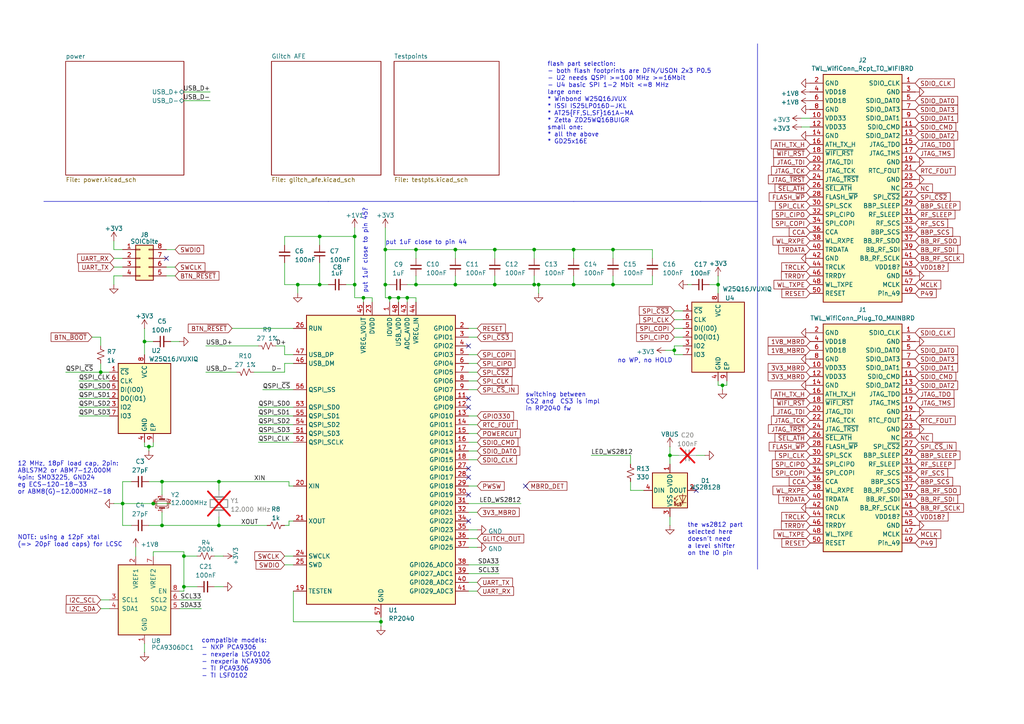
<source format=kicad_sch>
(kicad_sch (version 20231120) (generator "eeschema") (generator_version "8.0")
  (paper "A4")
  (title_block (date "2023-10-21") (rev "2") (company "PoroCYon"))
  (junction (at 111.76 82.55))
  (junction (at 113.03 86.36))
  (junction (at 102.87 82.55))
  (junction (at 209.55 111.76))
  (junction (at 120.65 82.55))
  (junction (at 143.51 82.55))
  (junction (at 86.36 82.55))
  (junction (at 177.8 82.55))
  (junction (at 115.57 86.36))
  (junction (at 118.11 86.36))
  (junction (at 92.71 82.55))
  (junction (at 29.21 107.95))
  (junction (at 63.5 139.7))
  (junction (at 44.45 146.05))
  (junction (at 46.99 152.4))
  (junction (at 41.91 99.06))
  (junction (at 46.99 139.7))
  (junction (at 166.37 82.55))
  (junction (at 105.41 86.36))
  (junction (at 43.18 129.54))
  (junction (at 53.34 170.18))
  (junction (at 156.21 82.55))
  (junction (at 208.28 82.55))
  (junction (at 92.71 68.58))
  (junction (at 132.08 82.55))
  (junction (at 63.5 152.4))
  (junction (at 120.65 72.39))
  (junction (at 132.08 72.39))
  (junction (at 194.31 132.08))
  (junction (at 154.94 72.39))
  (junction (at 195.58 101.6))
  (junction (at 102.87 68.58))
  (junction (at 154.94 82.55))
  (junction (at 110.49 180.34))
  (junction (at 177.8 72.39))
  (junction (at 166.37 72.39))
  (junction (at 53.34 161.29))
  (junction (at 111.76 72.39))
  (junction (at 143.51 72.39))
  (junction (at 35.56 146.05))
  (no_connect (at 135.89 143.51))
  (no_connect (at 143.51 213.36))
  (no_connect (at 201.93 142.24))
  (no_connect (at 172.72 215.9))
  (no_connect (at 135.89 151.13))
  (no_connect (at 135.89 118.11))
  (no_connect (at 172.72 213.36))
  (no_connect (at 48.26 74.93))
  (no_connect (at 135.89 135.89))
  (no_connect (at 135.89 115.57))
  (no_connect (at 152.4 140.97))
  (no_connect (at 143.51 215.9))
  (no_connect (at 135.89 138.43))
  (no_connect (at 135.89 100.33))
  (wire (pts (xy 29.21 176.53) (xy 31.75 176.53)))
  (wire (pts (xy 232.41 36.83) (xy 234.95 36.83)))
  (wire (pts (xy 177.8 72.39) (xy 177.8 74.93)))
  (wire (pts (xy 166.37 72.39) (xy 166.37 74.93)))
  (wire (pts (xy 172.72 213.36) (xy 175.26 213.36)))
  (wire (pts (xy 135.89 107.95) (xy 138.43 107.95)))
  (wire (pts (xy 135.89 95.25) (xy 138.43 95.25)))
  (wire (pts (xy 74.93 118.11) (xy 85.09 118.11)))
  (polyline (pts (xy 95.25 58.42) (xy 166.37 58.42)))
  (wire (pts (xy 22.86 120.65) (xy 31.75 120.65)))
  (polyline (pts (xy 219.71 58.42) (xy 219.71 165.1)))
  (wire (pts (xy 33.02 72.39) (xy 33.02 69.85)))
  (wire (pts (xy 35.56 77.47) (xy 33.02 77.47)))
  (wire (pts (xy 107.95 87.63) (xy 107.95 86.36)))
  (wire (pts (xy 135.89 171.45) (xy 138.43 171.45)))
  (wire (pts (xy 135.89 163.83) (xy 144.78 163.83)))
  (wire (pts (xy 44.45 146.05) (xy 49.53 146.05)))
  (wire (pts (xy 48.26 72.39) (xy 50.8 72.39)))
  (wire (pts (xy 135.89 128.27) (xy 138.43 128.27)))
  (wire (pts (xy 74.93 120.65) (xy 85.09 120.65)))
  (wire (pts (xy 135.89 140.97) (xy 138.43 140.97)))
  (wire (pts (xy 19.05 107.95) (xy 29.21 107.95)))
  (wire (pts (xy 67.31 95.25) (xy 85.09 95.25)))
  (wire (pts (xy 166.37 82.55) (xy 156.21 82.55)))
  (wire (pts (xy 135.89 156.21) (xy 138.43 156.21)))
  (wire (pts (xy 135.89 97.79) (xy 138.43 97.79)))
  (wire (pts (xy 39.37 158.75) (xy 39.37 161.29)))
  (wire (pts (xy 120.65 72.39) (xy 132.08 72.39)))
  (wire (pts (xy 82.55 102.87) (xy 82.55 100.33)))
  (wire (pts (xy 35.56 146.05) (xy 35.56 152.4)))
  (wire (pts (xy 135.89 120.65) (xy 138.43 120.65)))
  (wire (pts (xy 111.76 72.39) (xy 111.76 82.55)))
  (wire (pts (xy 120.65 72.39) (xy 111.76 72.39)))
  (wire (pts (xy 182.88 142.24) (xy 186.69 142.24)))
  (wire (pts (xy 100.33 82.55) (xy 102.87 82.55)))
  (wire (pts (xy 110.49 180.34) (xy 110.49 179.07)))
  (wire (pts (xy 115.57 86.36) (xy 113.03 86.36)))
  (wire (pts (xy 83.82 140.97) (xy 83.82 139.7)))
  (wire (pts (xy 41.91 99.06) (xy 44.45 99.06)))
  (wire (pts (xy 63.5 152.4) (xy 46.99 152.4)))
  (wire (pts (xy 82.55 161.29) (xy 85.09 161.29)))
  (wire (pts (xy 82.55 68.58) (xy 92.71 68.58)))
  (wire (pts (xy 29.21 107.95) (xy 29.21 105.41)))
  (wire (pts (xy 115.57 86.36) (xy 118.11 86.36)))
  (wire (pts (xy 46.99 139.7) (xy 43.18 139.7)))
  (wire (pts (xy 201.93 132.08) (xy 204.47 132.08)))
  (wire (pts (xy 177.8 82.55) (xy 189.23 82.55)))
  (wire (pts (xy 102.87 66.04) (xy 102.87 68.58)))
  (wire (pts (xy 198.12 100.33) (xy 195.58 100.33)))
  (wire (pts (xy 53.34 170.18) (xy 53.34 171.45)))
  (wire (pts (xy 29.21 97.79) (xy 29.21 100.33)))
  (wire (pts (xy 64.77 161.29) (xy 62.23 161.29)))
  (polyline (pts (xy 203.2 58.42) (xy 219.71 58.42)))
  (polyline (pts (xy 219.71 12.7) (xy 219.71 58.42)))
  (wire (pts (xy 82.55 71.12) (xy 82.55 68.58)))
  (wire (pts (xy 120.65 82.55) (xy 120.65 80.01)))
  (wire (pts (xy 76.2 113.03) (xy 85.09 113.03)))
  (wire (pts (xy 135.89 125.73) (xy 138.43 125.73)))
  (wire (pts (xy 33.02 80.01) (xy 33.02 82.55)))
  (wire (pts (xy 33.02 146.05) (xy 35.56 146.05)))
  (wire (pts (xy 31.75 107.95) (xy 29.21 107.95)))
  (wire (pts (xy 83.82 151.13) (xy 83.82 152.4)))
  (wire (pts (xy 86.36 82.55) (xy 86.36 85.09)))
  (wire (pts (xy 135.89 148.59) (xy 138.43 148.59)))
  (wire (pts (xy 118.11 86.36) (xy 118.11 87.63)))
  (wire (pts (xy 29.21 173.99) (xy 31.75 173.99)))
  (wire (pts (xy 35.56 74.93) (xy 33.02 74.93)))
  (wire (pts (xy 53.34 26.67) (xy 60.96 26.67)))
  (wire (pts (xy 53.34 171.45) (xy 52.07 171.45)))
  (wire (pts (xy 105.41 86.36) (xy 102.87 86.36)))
  (wire (pts (xy 177.8 72.39) (xy 189.23 72.39)))
  (wire (pts (xy 132.08 74.93) (xy 132.08 72.39)))
  (wire (pts (xy 120.65 86.36) (xy 120.65 87.63)))
  (wire (pts (xy 35.56 80.01) (xy 33.02 80.01)))
  (wire (pts (xy 143.51 82.55) (xy 154.94 82.55)))
  (wire (pts (xy 166.37 72.39) (xy 177.8 72.39)))
  (wire (pts (xy 35.56 146.05) (xy 44.45 146.05)))
  (wire (pts (xy 115.57 86.36) (xy 115.57 87.63)))
  (wire (pts (xy 182.88 132.08) (xy 182.88 134.62)))
  (wire (pts (xy 74.93 128.27) (xy 85.09 128.27)))
  (wire (pts (xy 38.1 139.7) (xy 35.56 139.7)))
  (wire (pts (xy 143.51 213.36) (xy 146.05 213.36)))
  (wire (pts (xy 41.91 189.23) (xy 41.91 186.69)))
  (wire (pts (xy 111.76 82.55) (xy 111.76 86.36)))
  (wire (pts (xy 85.09 171.45) (xy 85.09 180.34)))
  (wire (pts (xy 195.58 100.33) (xy 195.58 101.6)))
  (wire (pts (xy 135.89 105.41) (xy 138.43 105.41)))
  (wire (pts (xy 22.86 118.11) (xy 31.75 118.11)))
  (wire (pts (xy 209.55 111.76) (xy 209.55 113.03)))
  (wire (pts (xy 198.12 95.25) (xy 195.58 95.25)))
  (wire (pts (xy 74.93 100.33) (xy 59.69 100.33)))
  (wire (pts (xy 118.11 86.36) (xy 120.65 86.36)))
  (wire (pts (xy 166.37 80.01) (xy 166.37 82.55)))
  (wire (pts (xy 86.36 82.55) (xy 92.71 82.55)))
  (polyline (pts (xy 166.37 58.42) (xy 203.2 58.42)))
  (wire (pts (xy 22.86 113.03) (xy 31.75 113.03)))
  (wire (pts (xy 143.51 215.9) (xy 146.05 215.9)))
  (wire (pts (xy 182.88 139.7) (xy 182.88 142.24)))
  (wire (pts (xy 154.94 74.93) (xy 154.94 72.39)))
  (wire (pts (xy 46.99 139.7) (xy 46.99 143.51)))
  (wire (pts (xy 118.11 82.55) (xy 120.65 82.55)))
  (wire (pts (xy 52.07 173.99) (xy 58.42 173.99)))
  (wire (pts (xy 53.34 170.18) (xy 57.15 170.18)))
  (wire (pts (xy 82.55 107.95) (xy 73.66 107.95)))
  (wire (pts (xy 210.82 111.76) (xy 209.55 111.76)))
  (wire (pts (xy 92.71 68.58) (xy 92.71 71.12)))
  (wire (pts (xy 199.39 82.55) (xy 200.66 82.55)))
  (wire (pts (xy 132.08 72.39) (xy 143.51 72.39)))
  (wire (pts (xy 177.8 80.01) (xy 177.8 82.55)))
  (wire (pts (xy 135.89 146.05) (xy 151.13 146.05)))
  (wire (pts (xy 132.08 80.01) (xy 132.08 82.55)))
  (wire (pts (xy 35.56 72.39) (xy 33.02 72.39)))
  (wire (pts (xy 154.94 72.39) (xy 166.37 72.39)))
  (wire (pts (xy 74.93 123.19) (xy 85.09 123.19)))
  (wire (pts (xy 210.82 110.49) (xy 210.82 111.76)))
  (wire (pts (xy 53.34 161.29) (xy 57.15 161.29)))
  (wire (pts (xy 22.86 110.49) (xy 31.75 110.49)))
  (wire (pts (xy 63.5 149.86) (xy 63.5 152.4)))
  (wire (pts (xy 49.53 99.06) (xy 52.07 99.06)))
  (wire (pts (xy 92.71 76.2) (xy 92.71 82.55)))
  (wire (pts (xy 53.34 160.02) (xy 53.34 161.29)))
  (wire (pts (xy 26.67 97.79) (xy 29.21 97.79)))
  (wire (pts (xy 102.87 82.55) (xy 102.87 86.36)))
  (wire (pts (xy 48.26 80.01) (xy 50.8 80.01)))
  (wire (pts (xy 154.94 82.55) (xy 156.21 82.55)))
  (wire (pts (xy 205.74 82.55) (xy 208.28 82.55)))
  (wire (pts (xy 44.45 129.54) (xy 43.18 129.54)))
  (wire (pts (xy 53.34 29.21) (xy 60.96 29.21)))
  (wire (pts (xy 111.76 66.04) (xy 111.76 72.39)))
  (wire (pts (xy 135.89 113.03) (xy 138.43 113.03)))
  (wire (pts (xy 111.76 82.55) (xy 113.03 82.55)))
  (wire (pts (xy 135.89 102.87) (xy 138.43 102.87)))
  (wire (pts (xy 135.89 153.67) (xy 138.43 153.67)))
  (wire (pts (xy 208.28 82.55) (xy 208.28 85.09)))
  (wire (pts (xy 35.56 139.7) (xy 35.56 146.05)))
  (wire (pts (xy 63.5 152.4) (xy 77.47 152.4)))
  (wire (pts (xy 113.03 86.36) (xy 111.76 86.36)))
  (wire (pts (xy 189.23 74.93) (xy 189.23 72.39)))
  (wire (pts (xy 194.31 132.08) (xy 194.31 134.62)))
  (wire (pts (xy 232.41 34.29) (xy 234.95 34.29)))
  (wire (pts (xy 82.55 82.55) (xy 86.36 82.55)))
  (wire (pts (xy 195.58 90.17) (xy 198.12 90.17)))
  (wire (pts (xy 68.58 107.95) (xy 59.69 107.95)))
  (wire (pts (xy 120.65 74.93) (xy 120.65 72.39)))
  (wire (pts (xy 166.37 82.55) (xy 177.8 82.55)))
  (wire (pts (xy 195.58 101.6) (xy 195.58 102.87)))
  (wire (pts (xy 194.31 129.54) (xy 194.31 132.08)))
  (wire (pts (xy 172.72 215.9) (xy 175.26 215.9)))
  (wire (pts (xy 41.91 128.27) (xy 41.91 129.54)))
  (wire (pts (xy 82.55 76.2) (xy 82.55 82.55)))
  (wire (pts (xy 135.89 166.37) (xy 144.78 166.37)))
  (wire (pts (xy 209.55 111.76) (xy 208.28 111.76)))
  (wire (pts (xy 63.5 139.7) (xy 46.99 139.7)))
  (wire (pts (xy 63.5 142.24) (xy 63.5 139.7)))
  (wire (pts (xy 194.31 132.08) (xy 196.85 132.08)))
  (wire (pts (xy 92.71 82.55) (xy 95.25 82.55)))
  (wire (pts (xy 195.58 101.6) (xy 193.04 101.6)))
  (wire (pts (xy 198.12 97.79) (xy 195.58 97.79)))
  (wire (pts (xy 52.07 176.53) (xy 58.42 176.53)))
  (wire (pts (xy 63.5 139.7) (xy 83.82 139.7)))
  (wire (pts (xy 44.45 161.29) (xy 44.45 160.02)))
  (wire (pts (xy 120.65 82.55) (xy 132.08 82.55)))
  (wire (pts (xy 143.51 72.39) (xy 154.94 72.39)))
  (wire (pts (xy 194.31 149.86) (xy 194.31 152.4)))
  (wire (pts (xy 113.03 86.36) (xy 113.03 87.63)))
  (wire (pts (xy 85.09 102.87) (xy 82.55 102.87)))
  (wire (pts (xy 143.51 74.93) (xy 143.51 72.39)))
  (wire (pts (xy 195.58 92.71) (xy 198.12 92.71)))
  (wire (pts (xy 82.55 100.33) (xy 80.01 100.33)))
  (wire (pts (xy 143.51 80.01) (xy 143.51 82.55)))
  (wire (pts (xy 83.82 152.4) (xy 82.55 152.4)))
  (wire (pts (xy 195.58 102.87) (xy 198.12 102.87)))
  (wire (pts (xy 154.94 80.01) (xy 154.94 82.55)))
  (wire (pts (xy 105.41 86.36) (xy 105.41 87.63)))
  (wire (pts (xy 135.89 123.19) (xy 138.43 123.19)))
  (wire (pts (xy 85.09 151.13) (xy 83.82 151.13)))
  (wire (pts (xy 35.56 152.4) (xy 38.1 152.4)))
  (wire (pts (xy 208.28 111.76) (xy 208.28 110.49)))
  (wire (pts (xy 64.77 170.18) (xy 62.23 170.18)))
  (wire (pts (xy 85.09 140.97) (xy 83.82 140.97)))
  (wire (pts (xy 53.34 161.29) (xy 53.34 170.18)))
  (wire (pts (xy 189.23 80.01) (xy 189.23 82.55)))
  (wire (pts (xy 132.08 82.55) (xy 143.51 82.55)))
  (wire (pts (xy 102.87 68.58) (xy 102.87 82.55)))
  (wire (pts (xy 135.89 158.75) (xy 138.43 158.75)))
  (wire (pts (xy 41.91 95.25) (xy 41.91 99.06)))
  (wire (pts (xy 46.99 152.4) (xy 43.18 152.4)))
  (wire (pts (xy 135.89 168.91) (xy 138.43 168.91)))
  (wire (pts (xy 171.45 132.08) (xy 182.88 132.08)))
  (wire (pts (xy 46.99 148.59) (xy 46.99 152.4)))
  (wire (pts (xy 92.71 68.58) (xy 102.87 68.58)))
  (wire (pts (xy 82.55 105.41) (xy 82.55 107.95)))
  (wire (pts (xy 41.91 102.87) (xy 41.91 99.06)))
  (wire (pts (xy 135.89 110.49) (xy 138.43 110.49)))
  (wire (pts (xy 156.21 82.55) (xy 156.21 85.09)))
  (wire (pts (xy 48.26 77.47) (xy 50.8 77.47)))
  (wire (pts (xy 44.45 160.02) (xy 53.34 160.02)))
  (wire (pts (xy 208.28 80.01) (xy 208.28 82.55)))
  (wire (pts (xy 135.89 130.81) (xy 138.43 130.81)))
  (polyline (pts (xy 12.7 58.42) (xy 95.25 58.42)))
  (wire (pts (xy 22.86 115.57) (xy 31.75 115.57)))
  (wire (pts (xy 43.18 129.54) (xy 43.18 130.81)))
  (wire (pts (xy 85.09 105.41) (xy 82.55 105.41)))
  (wire (pts (xy 135.89 133.35) (xy 138.43 133.35)))
  (wire (pts (xy 74.93 125.73) (xy 85.09 125.73)))
  (wire (pts (xy 44.45 128.27) (xy 44.45 129.54)))
  (wire (pts (xy 107.95 86.36) (xy 105.41 86.36)))
  (wire (pts (xy 41.91 129.54) (xy 43.18 129.54)))
  (wire (pts (xy 85.09 180.34) (xy 110.49 180.34)))
  (wire (pts (xy 82.55 163.83) (xy 85.09 163.83)))
  (wire (pts (xy 110.49 180.34) (xy 110.49 181.61)))
  (text "put 1uF close to pin 44" (at 111.76 71.12 0) (effects (font (size 1.27 1.27)) (justify left bottom)))
  (text "FRAM:\nfujitsu MB85RQ8MX\ninfineon CY15B104Q(SN)-108L[PH]\nMRAM:\nrenesas M30162040108xxxWA" (at -64.77 120.65 0) (effects (font (size 1.27 1.27)) (justify left bottom)))
  (text "no WP, no HOLD" (at 179.07 105.41 0) (effects (font (size 1.27 1.27)) (justify left bottom)))
  (text "large flash package:\nPackage_SON:WSON-8-1EP_6x5mm_P1.27mm_EP3.4x4.3mm" (at -66.04 106.68 0) (effects (font (size 1.27 1.27)) (justify left bottom)))
  (text "12 MHz, 18pF load cap, 2pin:\nABLS7M2 or ABM7-12.000M\n4pin: SMD3225, GND24\neg ECS-120-18-33\nor ABM8(G)-12.000MHZ-18" (at 5.08 143.51 0) (effects (font (size 1.27 1.27)) (justify left bottom)))
  (text "NOTE: using a 12pF xtal\n(=> 20pF load caps) for LCSC" (at 5.08 158.75 0) (effects (font (size 1.27 1.27)) (justify left bottom)))
  (text "the ws2812 part\nselected here\ndoesn't need\na level shifter\non the IO pin" (at 199.39 161.29 0) (effects (font (size 1.27 1.27)) (justify left bottom)))
  (text "flash part selection:\n- both flash footprints are DFN/USON 2x3 P0.5\n- U2 needs QSPI >=100 MHz >=16Mbit\n- U4 basic SPI 1-2 Mbit <=8 MHz\nlarge one:\n* Winbond W25Q16JVUX\n* ISSI IS25LP016D-JKL\n* AT25{FF,SL,SF}161A-MA\n* Zetta ZD25WQ16BUIGR\nsmall one:\n* all the above\n* GD25x16E" (at 158.75 41.91 0) (effects (font (size 1.27 1.27)) (justify left bottom)))
  (text "compatible models:\n- NXP PCA9306\n- nexperia LSF0102\n- nexperia NCA9306\n- TI PCA9306\n- TI LSF0102" (at 58.42 196.85 0) (effects (font (size 1.27 1.27)) (justify left bottom)))
  (text "switching between\nCS2 and  CS3 is impl\nin RP2040 fw" (at 152.4 119.38 0) (effects (font (size 1.27 1.27)) (justify left bottom)))
  (text "put 1uF close to pin 45?" (at 106.68 85.09 90) (effects (font (size 1.27 1.27)) (justify left bottom)))
  (label "D+" (at 80.01 100.33 0))
  (label "QSPI_~{CS}" (at 76.2 113.03 0))
  (label "USB_D-" (at 59.69 107.95 0))
  (label "D-" (at 78.74 107.95 0))
  (label "XOUT" (at 74.93 152.4 180))
  (label "SCL33" (at 144.78 166.37 180))
  (label "SCL33" (at 58.42 173.99 180))
  (label "USB_D-" (at 60.96 29.21 180))
  (label "QSPI_SD3" (at 74.93 125.73 0))
  (label "USB_D+" (at 60.96 26.67 180))
  (label "LED_WS2812" (at 151.13 146.05 180))
  (label "SDA33" (at 58.42 176.53 180))
  (label "QSPI_SD2" (at 74.93 123.19 0))
  (label "QSPI_CLK" (at 74.93 128.27 0))
  (label "QSPI_SD3" (at 22.86 120.65 0))
  (label "QSPI_SD0" (at 74.93 118.11 0))
  (label "XIN" (at 73.66 139.7 0))
  (label "QSPI_SD0" (at 22.86 113.03 0))
  (label "QSPI_SD1" (at 22.86 115.57 0))
  (label "QSPI_SD1" (at 74.93 120.65 0))
  (label "LED_WS2812" (at 171.45 132.08 0))
  (label "QSPI_SD2" (at 22.86 118.11 0))
  (label "QSPI_CLK" (at 22.86 110.49 0))
  (label "QSPI_~{CS}" (at 19.05 107.95 0))
  (label "USB_D+" (at 59.69 100.33 0))
  (label "SDA33" (at 144.78 163.83 180))
  (global_label "I2C_SCL" (shape input) (at 29.21 173.99 180) (property "Intersheetrefs" "${INTERSHEET_REFS}" (effects (hide yes))))
  (global_label "JTAG_TCK" (shape input) (at 234.95 121.92 180) (property "Intersheetrefs" "${INTERSHEET_REFS}" (effects (hide yes))))
  (global_label "BTN_~{BOOT}" (shape input) (at 26.67 97.79 180) (property "Intersheetrefs" "${INTERSHEET_REFS}" (effects (hide yes))))
  (global_label "ATH_TX_H" (shape input) (at 234.95 114.3 180) (property "Intersheetrefs" "${INTERSHEET_REFS}" (effects (hide yes))))
  (global_label "BB_RF_SCLK" (shape input) (at 265.43 147.32 0) (property "Intersheetrefs" "${INTERSHEET_REFS}" (effects (hide yes))))
  (global_label "1V8_MBRD" (shape input) (at 234.95 99.06 180) (property "Intersheetrefs" "${INTERSHEET_REFS}" (effects (hide yes))))
  (global_label "UART_TX" (shape input) (at 33.02 77.47 180) (property "Intersheetrefs" "${INTERSHEET_REFS}" (effects (hide yes))))
  (global_label "RESET" (shape input) (at 234.95 85.09 180) (property "Intersheetrefs" "${INTERSHEET_REFS}" (effects (hide yes))))
  (global_label "SPI_~{CS3}" (shape input) (at 195.58 90.17 180) (property "Intersheetrefs" "${INTERSHEET_REFS}" (effects (hide yes))))
  (global_label "UART_RX" (shape input) (at 33.02 74.93 180) (property "Intersheetrefs" "${INTERSHEET_REFS}" (effects (hide yes))))
  (global_label "SDIO_DAT0" (shape input) (at 138.43 130.81 0) (property "Intersheetrefs" "${INTERSHEET_REFS}" (effects (hide yes))))
  (global_label "SDIO_DAT1" (shape input) (at 265.43 106.68 0) (property "Intersheetrefs" "${INTERSHEET_REFS}" (effects (hide yes))))
  (global_label "BB_RF_SDO" (shape input) (at 265.43 69.85 0) (property "Intersheetrefs" "${INTERSHEET_REFS}" (effects (hide yes))))
  (global_label "P49" (shape input) (at 265.43 85.09 0) (property "Intersheetrefs" "${INTERSHEET_REFS}" (effects (hide yes))))
  (global_label "BB_RF_SCLK" (shape input) (at 265.43 74.93 0) (property "Intersheetrefs" "${INTERSHEET_REFS}" (effects (hide yes))))
  (global_label "BBP_SCS" (shape input) (at 265.43 67.31 0) (property "Intersheetrefs" "${INTERSHEET_REFS}" (effects (hide yes))))
  (global_label "TRRDY" (shape input) (at 234.95 152.4 180) (property "Intersheetrefs" "${INTERSHEET_REFS}" (effects (hide yes))))
  (global_label "RTC_FOUT" (shape input) (at 265.43 49.53 0) (property "Intersheetrefs" "${INTERSHEET_REFS}" (effects (hide yes))))
  (global_label "WL_TXPE" (shape input) (at 234.95 154.94 180) (property "Intersheetrefs" "${INTERSHEET_REFS}" (effects (hide yes))))
  (global_label "NC" (shape input) (at 265.43 54.61 0) (property "Intersheetrefs" "${INTERSHEET_REFS}" (effects (hide yes))))
  (global_label "UART_RX" (shape input) (at 138.43 171.45 0) (property "Intersheetrefs" "${INTERSHEET_REFS}" (effects (hide yes))))
  (global_label "JTAG_TMS" (shape input) (at 265.43 116.84 0) (property "Intersheetrefs" "${INTERSHEET_REFS}" (effects (hide yes))))
  (global_label "GPIO330" (shape input) (at 138.43 120.65 0) (property "Intersheetrefs" "${INTERSHEET_REFS}" (effects (hide yes))))
  (global_label "NC" (shape input) (at 265.43 127 0) (property "Intersheetrefs" "${INTERSHEET_REFS}" (effects (hide yes))))
  (global_label "JTAG_TMS" (shape input) (at 265.43 44.45 0) (property "Intersheetrefs" "${INTERSHEET_REFS}" (effects (hide yes))))
  (global_label "SDIO_CMD" (shape input) (at 265.43 109.22 0) (property "Intersheetrefs" "${INTERSHEET_REFS}" (effects (hide yes))))
  (global_label "TRDATA" (shape input) (at 234.95 144.78 180) (property "Intersheetrefs" "${INTERSHEET_REFS}" (effects (hide yes))))
  (global_label "CCA" (shape input) (at 234.95 139.7 180) (property "Intersheetrefs" "${INTERSHEET_REFS}" (effects (hide yes))))
  (global_label "~{WIFI_RST}" (shape input) (at 234.95 44.45 180) (property "Intersheetrefs" "${INTERSHEET_REFS}" (effects (hide yes))))
  (global_label "BB_RF_SDO" (shape input) (at 265.43 142.24 0) (property "Intersheetrefs" "${INTERSHEET_REFS}" (effects (hide yes))))
  (global_label "WL_RXPE" (shape input) (at 234.95 69.85 180) (property "Intersheetrefs" "${INTERSHEET_REFS}" (effects (hide yes))))
  (global_label "SDIO_DAT2" (shape input) (at 265.43 111.76 0) (property "Intersheetrefs" "${INTERSHEET_REFS}" (effects (hide yes))))
  (global_label "VDD18?" (shape input) (at 265.43 149.86 0) (property "Intersheetrefs" "${INTERSHEET_REFS}" (effects (hide yes))))
  (global_label "UART_TX" (shape input) (at 138.43 168.91 0) (property "Intersheetrefs" "${INTERSHEET_REFS}" (effects (hide yes))))
  (global_label "SPI_CLK" (shape input) (at 138.43 110.49 0) (property "Intersheetrefs" "${INTERSHEET_REFS}" (effects (hide yes))))
  (global_label "SDIO_DAT3" (shape input) (at 265.43 31.75 0) (property "Intersheetrefs" "${INTERSHEET_REFS}" (effects (hide yes))))
  (global_label "I2C_SDA" (shape input) (at 29.21 176.53 180) (property "Intersheetrefs" "${INTERSHEET_REFS}" (effects (hide yes))))
  (global_label "GLITCH_OUT_SOT23" (shape input) (at 146.05 215.9 0) (property "Intersheetrefs" "${INTERSHEET_REFS}" (effects (hide yes))))
  (global_label "SDIO_CLK" (shape input) (at 265.43 96.52 0) (property "Intersheetrefs" "${INTERSHEET_REFS}" (effects (hide yes))))
  (global_label "GLITCH_OUT" (shape input) (at 138.43 156.21 0) (property "Intersheetrefs" "${INTERSHEET_REFS}" (effects (hide yes))))
  (global_label "RF_SCS" (shape input) (at 265.43 64.77 0) (property "Intersheetrefs" "${INTERSHEET_REFS}" (effects (hide yes))))
  (global_label "3V3_MBRD" (shape input) (at 138.43 148.59 0) (property "Intersheetrefs" "${INTERSHEET_REFS}" (effects (hide yes))))
  (global_label "BBP_SCS" (shape input) (at 265.43 139.7 0) (property "Intersheetrefs" "${INTERSHEET_REFS}" (effects (hide yes))))
  (global_label "SPI_~{CS2}" (shape input) (at 138.43 107.95 0) (property "Intersheetrefs" "${INTERSHEET_REFS}" (effects (hide yes))))
  (global_label "RTC_FOUT" (shape input) (at 138.43 123.19 0) (property "Intersheetrefs" "${INTERSHEET_REFS}" (effects (hide yes))))
  (global_label "SPI_CIPO" (shape input) (at 138.43 105.41 0) (property "Intersheetrefs" "${INTERSHEET_REFS}" (effects (hide yes))))
  (global_label "SWCLK" (shape input) (at 82.55 161.29 180) (property "Intersheetrefs" "${INTERSHEET_REFS}" (effects (hide yes))))
  (global_label "JTAG_~{TRST}" (shape input) (at 234.95 124.46 180) (property "Intersheetrefs" "${INTERSHEET_REFS}" (effects (hide yes))))
  (global_label "SPI_CIPO" (shape input) (at 234.95 134.62 180) (property "Intersheetrefs" "${INTERSHEET_REFS}" (effects (hide yes))))
  (global_label "SPI_COPI" (shape input) (at 138.43 102.87 0) (property "Intersheetrefs" "${INTERSHEET_REFS}" (effects (hide yes))))
  (global_label "SDIO_CLK" (shape input) (at 265.43 24.13 0) (property "Intersheetrefs" "${INTERSHEET_REFS}" (effects (hide yes))))
  (global_label "~{WIFI_RST}" (shape input) (at 234.95 116.84 180) (property "Intersheetrefs" "${INTERSHEET_REFS}" (effects (hide yes))))
  (global_label "JTAG_TCK" (shape input) (at 234.95 49.53 180) (property "Intersheetrefs" "${INTERSHEET_REFS}" (effects (hide yes))))
  (global_label "BTN_~{RESET}" (shape input) (at 67.31 95.25 180) (property "Intersheetrefs" "${INTERSHEET_REFS}" (effects (hide yes))))
  (global_label "SPI_CLK" (shape input) (at 234.95 59.69 180) (property "Intersheetrefs" "${INTERSHEET_REFS}" (effects (hide yes))))
  (global_label "RF_SLEEP" (shape input) (at 265.43 62.23 0) (property "Intersheetrefs" "${INTERSHEET_REFS}" (effects (hide yes))))
  (global_label "BB_RF_SDI" (shape input) (at 265.43 144.78 0) (property "Intersheetrefs" "${INTERSHEET_REFS}" (effects (hide yes))))
  (global_label "SDIO_DAT3" (shape input) (at 265.43 104.14 0) (property "Intersheetrefs" "${INTERSHEET_REFS}" (effects (hide yes))))
  (global_label "SPI_CIPO" (shape input) (at 195.58 97.79 180) (property "Intersheetrefs" "${INTERSHEET_REFS}" (effects (hide yes))))
  (global_label "JTAG_~{TRST}" (shape input) (at 234.95 52.07 180) (property "Intersheetrefs" "${INTERSHEET_REFS}" (effects (hide yes))))
  (global_label "SPI_COPI" (shape input) (at 234.95 64.77 180) (property "Intersheetrefs" "${INTERSHEET_REFS}" (effects (hide yes))))
  (global_label "TRRDY" (shape input) (at 234.95 80.01 180) (property "Intersheetrefs" "${INTERSHEET_REFS}" (effects (hide yes))))
  (global_label "TRDATA" (shape input) (at 234.95 72.39 180) (property "Intersheetrefs" "${INTERSHEET_REFS}" (effects (hide yes))))
  (global_label "SPI_~{CS}_IN" (shape input) (at 138.43 113.03 0) (property "Intersheetrefs" "${INTERSHEET_REFS}" (effects (hide yes))))
  (global_label "SPI_COPI" (shape input) (at 195.58 95.25 180) (property "Intersheetrefs" "${INTERSHEET_REFS}" (effects (hide yes))))
  (global_label "SPI_CIPO" (shape input) (at 234.95 62.23 180) (property "Intersheetrefs" "${INTERSHEET_REFS}" (effects (hide yes))))
  (global_label "WL_RXPE" (shape input) (at 234.95 142.24 180) (property "Intersheetrefs" "${INTERSHEET_REFS}" (effects (hide yes))))
  (global_label "~{SEL_ATH}" (shape input) (at 234.95 54.61 180) (property "Intersheetrefs" "${INTERSHEET_REFS}" (effects (hide yes))))
  (global_label "WL_TXPE" (shape input) (at 234.95 82.55 180) (property "Intersheetrefs" "${INTERSHEET_REFS}" (effects (hide yes))))
  (global_label "~{SEL_ATH}" (shape input) (at 234.95 127 180) (property "Intersheetrefs" "${INTERSHEET_REFS}" (effects (hide yes))))
  (global_label "SDIO_DAT1" (shape input) (at 265.43 34.29 0) (property "Intersheetrefs" "${INTERSHEET_REFS}" (effects (hide yes))))
  (global_label "RESET" (shape input) (at 138.43 95.25 0) (property "Intersheetrefs" "${INTERSHEET_REFS}" (effects (hide yes))))
  (global_label "3V3_MBRD" (shape input) (at 234.95 109.22 180) (property "Intersheetrefs" "${INTERSHEET_REFS}" (effects (hide yes))))
  (global_label "SWCLK" (shape input) (at 50.8 77.47 0) (property "Intersheetrefs" "${INTERSHEET_REFS}" (effects (hide yes))))
  (global_label "JTAG_TDO" (shape input) (at 265.43 114.3 0) (property "Intersheetrefs" "${INTERSHEET_REFS}" (effects (hide yes))))
  (global_label "SDIO_DAT0" (shape input) (at 265.43 29.21 0) (property "Intersheetrefs" "${INTERSHEET_REFS}" (effects (hide yes))))
  (global_label "SDIO_CMD" (shape input) (at 138.43 128.27 0) (property "Intersheetrefs" "${INTERSHEET_REFS}" (effects (hide yes))))
  (global_label "BB_RF_SDI" (shape input) (at 265.43 72.39 0) (property "Intersheetrefs" "${INTERSHEET_REFS}" (effects (hide yes))))
  (global_label "FLASH_~{WP}" (shape input) (at 234.95 129.54 180) (property "Intersheetrefs" "${INTERSHEET_REFS}" (effects (hide yes))))
  (global_label "SWDIO" (shape input) (at 82.55 163.83 180) (property "Intersheetrefs" "${INTERSHEET_REFS}" (effects (hide yes))))
  (global_label "CCA" (shape input) (at 234.95 67.31 180) (property "Intersheetrefs" "${INTERSHEET_REFS}" (effects (hide yes))))
  (global_label "JTAG_TDI" (shape input) (at 234.95 119.38 180) (property "Intersheetrefs" "${INTERSHEET_REFS}" (effects (hide yes))))
  (global_label "RTC_FOUT" (shape input) (at 265.43 121.92 0) (property "Intersheetrefs" "${INTERSHEET_REFS}" (effects (hide yes))))
  (global_label "P49" (shape input) (at 265.43 157.48 0) (property "Intersheetrefs" "${INTERSHEET_REFS}" (effects (hide yes))))
  (global_label "SPI_~{CS}_IN" (shape input) (at 265.43 129.54 0) (property "Intersheetrefs" "${INTERSHEET_REFS}" (effects (hide yes))))
  (global_label "SPI_~{CS3}" (shape input) (at 138.43 97.79 0) (property "Intersheetrefs" "${INTERSHEET_REFS}" (effects (hide yes))))
  (global_label "SPI_~{CS2}" (shape input) (at 265.43 57.15 0) (property "Intersheetrefs" "${INTERSHEET_REFS}" (effects (hide yes))))
  (global_label "SPI_CLK" (shape input) (at 234.95 132.08 180) (property "Intersheetrefs" "${INTERSHEET_REFS}" (effects (hide yes))))
  (global_label "TRCLK" (shape input) (at 234.95 149.86 180) (property "Intersheetrefs" "${INTERSHEET_REFS}" (effects (hide yes))))
  (global_label "MBRD_DET" (shape input) (at 152.4 140.97 0) (property "Intersheetrefs" "${INTERSHEET_REFS}" (effects (hide yes))))
  (global_label "BBP_SLEEP" (shape input) (at 265.43 132.08 0) (property "Intersheetrefs" "${INTERSHEET_REFS}" (effects (hide yes))))
  (global_label "TRCLK" (shape input) (at 234.95 77.47 180) (property "Intersheetrefs" "${INTERSHEET_REFS}" (effects (hide yes))))
  (global_label "3V3_MBRD" (shape input) (at 234.95 106.68 180) (property "Intersheetrefs" "${INTERSHEET_REFS}" (effects (hide yes))))
  (global_label "SWDIO" (shape input) (at 50.8 72.39 0) (property "Intersheetrefs" "${INTERSHEET_REFS}" (effects (hide yes))))
  (global_label "SDIO_CMD" (shape input) (at 265.43 36.83 0) (property "Intersheetrefs" "${INTERSHEET_REFS}" (effects (hide yes))))
  (global_label "JTAG_TDO" (shape input) (at 265.43 41.91 0) (property "Intersheetrefs" "${INTERSHEET_REFS}" (effects (hide yes))))
  (global_label "SDIO_DAT2" (shape input) (at 265.43 39.37 0) (property "Intersheetrefs" "${INTERSHEET_REFS}" (effects (hide yes))))
  (global_label "1V8_MBRD" (shape input) (at 234.95 101.6 180) (property "Intersheetrefs" "${INTERSHEET_REFS}" (effects (hide yes))))
  (global_label "SDIO_CLK" (shape input) (at 138.43 133.35 0) (property "Intersheetrefs" "${INTERSHEET_REFS}" (effects (hide yes))))
  (global_label "VDD18?" (shape input) (at 265.43 77.47 0) (property "Intersheetrefs" "${INTERSHEET_REFS}" (effects (hide yes))))
  (global_label "MCLK" (shape input) (at 265.43 82.55 0) (property "Intersheetrefs" "${INTERSHEET_REFS}" (effects (hide yes))))
  (global_label "RF_SCS" (shape input) (at 265.43 137.16 0) (property "Intersheetrefs" "${INTERSHEET_REFS}" (effects (hide yes))))
  (global_label "SPI_COPI" (shape input) (at 234.95 137.16 180) (property "Intersheetrefs" "${INTERSHEET_REFS}" (effects (hide yes))))
  (global_label "RESET" (shape input) (at 234.95 157.48 180) (property "Intersheetrefs" "${INTERSHEET_REFS}" (effects (hide yes))))
  (global_label "BBP_SLEEP" (shape input) (at 265.43 59.69 0) (property "Intersheetrefs" "${INTERSHEET_REFS}" (effects (hide yes))))
  (global_label "GLITCH_OUT_PQFN" (shape input) (at 175.26 213.36 0) (property "Intersheetrefs" "${INTERSHEET_REFS}" (effects (hide yes))))
  (global_label "ATH_TX_H" (shape input) (at 234.95 41.91 180) (property "Intersheetrefs" "${INTERSHEET_REFS}" (effects (hide yes))))
  (global_label "RF_SLEEP" (shape input) (at 265.43 134.62 0) (property "Intersheetrefs" "${INTERSHEET_REFS}" (effects (hide yes))))
  (global_label "FLASH_~{WP}" (shape input) (at 234.95 57.15 180) (property "Intersheetrefs" "${INTERSHEET_REFS}" (effects (hide yes))))
  (global_label "MCLK" (shape input) (at 265.43 154.94 0) (property "Intersheetrefs" "${INTERSHEET_REFS}" (effects (hide yes))))
  (global_label "POWERCUT" (shape input) (at 138.43 125.73 0) (property "Intersheetrefs" "${INTERSHEET_REFS}" (effects (hide yes))))
  (global_label "PWSW" (shape input) (at 138.43 140.97 0) (property "Intersheetrefs" "${INTERSHEET_REFS}" (effects (hide yes))))
  (global_label "JTAG_TDI" (shape input) (at 234.95 46.99 180) (property "Intersheetrefs" "${INTERSHEET_REFS}" (effects (hide yes))))
  (global_label "SPI_CLK" (shape input) (at 195.58 92.71 180) (property "Intersheetrefs" "${INTERSHEET_REFS}" (effects (hide yes))))
  (global_label "BTN_~{RESET}" (shape input) (at 50.8 80.01 0) (property "Intersheetrefs" "${INTERSHEET_REFS}" (effects (hide yes))))
  (global_label "SDIO_DAT0" (shape input) (at 265.43 101.6 0) (property "Intersheetrefs" "${INTERSHEET_REFS}" (effects (hide yes))))
  (symbol (lib_id "Device:C_Small") (at 97.79 82.55 90) (unit 1)
    (property "Reference" "C8" (at 97.79 77.47 90))
    (property "Value" "1uF" (at 97.79 79.2281 90))
    (property "Footprint" "Capacitor_SMD:C_0402_1005Metric" (effects (hide yes)))
    (property "LCSC" "C12530" (effects (hide yes)))
    (property "Farnell" "3013332" (effects (hide yes)))
    (property "Mouser" "187-CL05A105KP5NNNC" (effects (hide yes)))
  )
  (symbol (lib_id "Device:R_Small_US") (at 77.47 100.33 270) (mirror x) (unit 1)
    (property "Reference" "R9" (at 77.47 95.6142 90))
    (property "Value" "27 1%" (at 77.47 98.1511 90))
    (property "Footprint" "Resistor_SMD:R_0402_1005Metric" (effects (hide yes)))
    (property "LCSC" "C100623" (effects (hide yes)))
    (property "Farnell" "4014781" (effects (hide yes)))
    (property "Mouser" "791-RMC1/16SK27R0FTH" (effects (hide yes)))
  )
  (symbol (lib_id "Device:C_Small") (at 40.64 152.4 90) (unit 1)
    (property "Reference" "C4" (at 40.64 146.5412 90))
    (property "Value" "27pF" (at 40.64 149.0781 90))
    (property "Footprint" "Capacitor_SMD:C_0402_1005Metric" (effects (hide yes)))
    (property "LCSC" "C880615" (effects (hide yes)))
    (property "Farnell" "1758953" (effects (hide yes)))
    (property "Mouser" "603-CC402GRNPO9BN270" (effects (hide yes)))
  )
  (symbol (lib_id "power:GND") (at 234.95 31.75 270) (mirror x) (unit 1)
    (property "Reference" "#PWR0120" (effects (hide yes)))
    (property "Value" "GND" (effects (hide yes)))
  )
  (symbol (lib_id "power:GND") (at 265.43 46.99 90) (mirror x) (unit 1)
    (property "Reference" "#PWR0117" (effects (hide yes)))
    (property "Value" "GND" (effects (hide yes)))
  )
  (symbol (lib_id "power:VBUS") (at 194.31 129.54 0) (unit 1)
    (property "Reference" "#PWR019" (effects (hide yes)))
    (property "Value" "VBUS" (at 194.31 125.9642 0))
  )
  (symbol (lib_id "Device:C_Small") (at 46.99 99.06 90) (unit 1)
    (property "Reference" "C5" (at 46.99 93.2012 90))
    (property "Value" "100nF" (at 46.99 95.7381 90))
    (property "Footprint" "Capacitor_SMD:C_0402_1005Metric" (effects (hide yes)))
    (property "LCSC" "C16772" (effects (hide yes)))
    (property "Farnell" "1758880" (effects (hide yes)))
    (property "Mouser" "791-0402B224K100CT" (effects (hide yes)))
  )
  (symbol (lib_id "Device:R_Small_US") (at 29.21 102.87 0) (unit 1)
    (property "Reference" "R7" (at 30.988 102.0353 0) (effects (justify left)))
    (property "Value" "1k" (at 30.988 104.5722 0) (effects (justify left)))
    (property "Footprint" "Resistor_SMD:R_0402_1005Metric" (effects (hide yes)))
    (property "LCSC" "C11702" (effects (hide yes)))
    (property "Farnell" "4004531" (effects (hide yes)))
    (property "Mouser" "603-RC0402FR-131KL" (effects (hide yes)))
  )
  (symbol (lib_id "power:+3V3") (at 41.91 95.25 0) (unit 1)
    (property "Reference" "#PWR0159" (effects (hide yes)))
    (property "Value" "+3V3" (at 41.91 91.6742 0))
  )
  (symbol (lib_id "power:GND") (at 43.18 130.81 0) (unit 1)
    (property "Reference" "#PWR0153" (effects (hide yes)))
    (property "Value" "GND" (effects (hide yes)))
  )
  (symbol (lib_id "power:GND") (at 265.43 119.38 90) (mirror x) (unit 1)
    (property "Reference" "#PWR052" (effects (hide yes)))
    (property "Value" "GND" (effects (hide yes)))
  )
  (symbol (lib_id "power:GND") (at 194.31 152.4 0) (unit 1)
    (property "Reference" "#PWR018" (effects (hide yes)))
    (property "Value" "GND" (effects (hide yes)))
  )
  (symbol (lib_id "power:GND") (at 64.77 170.18 90) (unit 1)
    (property "Reference" "#PWR036" (effects (hide yes)))
    (property "Value" "GND" (effects (hide yes)))
  )
  (symbol (lib_id "power:+3V3") (at 208.28 80.01 0) (unit 1)
    (property "Reference" "#PWR0148" (effects (hide yes)))
    (property "Value" "+3V3" (at 208.28 76.4342 0))
  )
  (symbol (lib_id "Device:C_Small") (at 132.08 77.47 0) (unit 1)
    (property "Reference" "C11" (at 135.001 76.6353 0) (effects (justify left)))
    (property "Value" "100nF" (at 135.001 79.1722 0) (effects (justify left)))
    (property "Footprint" "Capacitor_SMD:C_0402_1005Metric" (effects (hide yes)))
    (property "LCSC" "C16772" (effects (hide yes)))
    (property "Farnell" "1758880" (effects (hide yes)))
    (property "Mouser" "791-0402B224K100CT" (effects (hide yes)))
  )
  (symbol (lib_id "power:GND") (at 234.95 104.14 270) (mirror x) (unit 1)
    (property "Reference" "#PWR048" (effects (hide yes)))
    (property "Value" "GND" (effects (hide yes)))
  )
  (symbol (lib_id "power:GND") (at 41.91 189.23 0) (unit 1)
    (property "Reference" "#PWR015" (effects (hide yes)))
    (property "Value" "GND" (effects (hide yes)))
  )
  (symbol (lib_id "power:GND") (at 265.43 80.01 90) (mirror x) (unit 1)
    (property "Reference" "#PWR0113" (effects (hide yes)))
    (property "Value" "GND" (effects (hide yes)))
  )
  (symbol (lib_id "Device:C_Small") (at 40.64 139.7 90) (unit 1)
    (property "Reference" "C3" (at 40.64 133.8412 90))
    (property "Value" "27pF" (at 40.64 136.3781 90))
    (property "Footprint" "Capacitor_SMD:C_0402_1005Metric" (effects (hide yes)))
    (property "LCSC" "C880615" (effects (hide yes)))
    (property "Farnell" "1758953" (effects (hide yes)))
    (property "Mouser" "603-CC402GRNPO9BN270" (effects (hide yes)))
  )
  (symbol (lib_id "Device:Crystal") (at 63.5 146.05 270) (unit 1) (in_bom no) (on_board no) (dnp yes)
    (property "Reference" "Y1" (at 66.8274 145.2153 90) (effects (justify left)))
    (property "Value" "12.000 MHz" (at 66.8274 147.7522 90) (effects (justify left)))
    (property "Footprint" "footprints:Crystal_SMD_Abracon_ABLS7M2-2Pin_7.0x4.1mm" (effects (hide yes)))
  )
  (symbol (lib_id "Device:C_Small") (at 120.65 77.47 0) (unit 1)
    (property "Reference" "C10" (at 123.571 76.6353 0) (effects (justify left)))
    (property "Value" "100nF" (at 123.571 79.1722 0) (effects (justify left)))
    (property "Footprint" "Capacitor_SMD:C_0402_1005Metric" (effects (hide yes)))
    (property "LCSC" "C16772" (effects (hide yes)))
    (property "Farnell" "1758880" (effects (hide yes)))
    (property "Mouser" "791-0402B224K100CT" (effects (hide yes)))
  )
  (symbol (lib_id "power:GND") (at 204.47 132.08 90) (unit 1)
    (property "Reference" "#PWR020" (effects (hide yes)))
    (property "Value" "GND" (effects (hide yes)))
  )
  (symbol (lib_id "power:+3V3") (at 33.02 69.85 0) (unit 1)
    (property "Reference" "#PWR0158" (effects (hide yes)))
    (property "Value" "+3V3" (at 33.02 66.2742 0))
  )
  (symbol (lib_id "power:GND") (at 175.26 215.9 90) (mirror x) (unit 1)
    (property "Reference" "#PWR058" (effects (hide yes)))
    (property "Value" "GND" (effects (hide yes)))
  )
  (symbol (lib_id "power:GND") (at 265.43 52.07 90) (mirror x) (unit 1)
    (property "Reference" "#PWR0114" (effects (hide yes)))
    (property "Value" "GND" (effects (hide yes)))
  )
  (symbol (lib_id "dsi:TWL_WifiConn_Rcpt") (at 250.19 54.61 0) (mirror y) (unit 1)
    (property "Reference" "J2" (at 250.19 17.4455 0))
    (property "Value" "TWL_WifiConn_Rcpt_TO_WIFIBRD" (at 250.19 19.8698 0))
    (property "Footprint" "Connector_Molex:Molex_SlimStack_52991-0508_2x25_P0.50mm_Vertical" (effects (hide yes)))
    (property "Datasheet" "https://www.molex.com/webdocs/datasheets/pdf/en-us/0529910508_PCB_RECEPTACLES.pdf" (effects (hide yes)))
    (property "Description" "Wifi daughterboard connector for the Nintendo DSi (receptacle on main PCB) (DWM-015 and DWM-024)" (effects (hide yes)))
    (property "Farnell" "3500613" (effects (hide yes)))
    (property "Mouser" "538-52991-0508" (effects (hide yes)))
  )
  (symbol (lib_id "power:+3V3") (at 193.04 101.6 90) (mirror x) (unit 1)
    (property "Reference" "#PWR0145" (effects (hide yes)))
    (property "Value" "+3V3" (at 189.865 102.0338 90) (effects (justify left)))
  )
  (symbol (lib_id "dsi:TWL_WifiConn_Plug") (at 250.19 127 0) (mirror y) (unit 1)
    (property "Reference" "J1" (at 250.19 89.8355 0))
    (property "Value" "TWL_WifiConn_Plug_TO_MAINBRD" (at 250.19 92.2598 0))
    (property "Footprint" "footprints:Molex_SlimStack_501920-5001_2x25_P0.50mm_Vertical" (effects (hide yes)))
    (property "Datasheet" "https://www.molex.com/webdocs/datasheets/pdf/en-us/5019205001_PCB_HEADERS.pdf" (effects (hide yes)))
    (property "Description" "Wifi daughterboard connector for the Nintendo DSi (plug on Wifi PCB) (DWM-015 and DWM-024)" (effects (hide yes)))
    (property "Mouser" "538-501920-5001" (effects (hide yes)))
  )
  (symbol (lib_id "power:+1V8") (at 39.37 158.75 0) (mirror y) (unit 1)
    (property "Reference" "#PWR037" (effects (hide yes)))
    (property "Value" "+1V8" (at 40.767 157.9138 0) (effects (justify right)))
  )
  (symbol (lib_id "Memory_Flash:W25Q32JVZP") (at 208.28 97.79 0) (unit 1)
    (property "Reference" "U4" (at 210.2994 86.4702 0) (effects (justify left)))
    (property "Value" "W25Q16JVUXIQ" (at 209.55 83.82 0) (effects (justify left)))
    (property "Footprint" "Package_DFN_QFN:DFN-8-1EP_3x2mm_P0.5mm_EP1.36x1.46mm" (effects (hide yes)))
    (property "Datasheet" "http://www.winbond.com/resource-files/w25q32jv%20revg%2003272018%20plus.pdf" (effects (hide yes)))
    (property "LCSC" "C2983691" (effects (hide yes)))
    (property "Mouser" "454-W25Q16JVUXIQTR" (effects (hide yes)))
  )
  (symbol (lib_id "power:GND") (at 234.95 111.76 270) (mirror x) (unit 1)
    (property "Reference" "#PWR049" (effects (hide yes)))
    (property "Value" "GND" (effects (hide yes)))
  )
  (symbol (lib_id "Device:C_Small") (at 177.8 77.47 0) (unit 1)
    (property "Reference" "C15" (at 180.721 76.6353 0) (effects (justify left)))
    (property "Value" "100nF" (at 180.721 79.1722 0) (effects (justify left)))
    (property "Footprint" "Capacitor_SMD:C_0402_1005Metric" (effects (hide yes)))
    (property "LCSC" "C16772" (effects (hide yes)))
    (property "Farnell" "1758880" (effects (hide yes)))
    (property "Mouser" "791-0402B224K100CT" (effects (hide yes)))
  )
  (symbol (lib_id "Device:C_Small") (at 115.57 82.55 90) (unit 1)
    (property "Reference" "C9" (at 115.57 76.6912 90))
    (property "Value" "1uF" (at 115.57 79.2281 90))
    (property "Footprint" "Capacitor_SMD:C_0402_1005Metric" (effects (hide yes)))
    (property "LCSC" "C12530" (effects (hide yes)))
    (property "Farnell" "3013332" (effects (hide yes)))
    (property "Mouser" "187-CL05A105KP5NNNC" (effects (hide yes)))
  )
  (symbol (lib_id "power:+1V8") (at 234.95 26.67 90) (mirror x) (unit 1)
    (property "Reference" "#PWR0123" (effects (hide yes)))
    (property "Value" "+1V8" (at 231.775 27.1038 90) (effects (justify left)))
  )
  (symbol (lib_id "Device:C_Small") (at 143.51 77.47 0) (unit 1)
    (property "Reference" "C12" (at 146.431 76.6353 0) (effects (justify left)))
    (property "Value" "100nF" (at 146.431 79.1722 0) (effects (justify left)))
    (property "Footprint" "Capacitor_SMD:C_0402_1005Metric" (effects (hide yes)))
    (property "LCSC" "C16772" (effects (hide yes)))
    (property "Farnell" "1758880" (effects (hide yes)))
    (property "Mouser" "791-0402B224K100CT" (effects (hide yes)))
  )
  (symbol (lib_id "Device:C_Small") (at 199.39 132.08 90) (unit 1) (in_bom no) (on_board no) (dnp yes)
    (property "Reference" "C20" (at 199.39 126.2212 90))
    (property "Value" "100nF" (at 199.39 128.7581 90))
    (property "Footprint" "Capacitor_SMD:C_0402_1005Metric" (effects (hide yes)))
    (property "LCSC" "C16772" (effects (hide yes)))
    (property "Farnell" "1758880" (effects (hide yes)))
    (property "Mouser" "791-0402B224K100CT" (effects (hide yes)))
  )
  (symbol (lib_id "power:+1V8") (at 234.95 29.21 90) (mirror x) (unit 1)
    (property "Reference" "#PWR0122" (effects (hide yes)))
    (property "Value" "+1V8" (at 231.775 29.6438 90) (effects (justify left)))
  )
  (symbol (lib_id "power:GND") (at 265.43 99.06 90) (mirror x) (unit 1)
    (property "Reference" "#PWR051" (effects (hide yes)))
    (property "Value" "GND" (effects (hide yes)))
  )
  (symbol (lib_id "power:GND") (at 138.43 153.67 90) (unit 1)
    (property "Reference" "#PWR0170" (effects (hide yes)))
    (property "Value" "GND" (at 141.605 154.1038 90) (effects (justify right)))
  )
  (symbol (lib_id "Connector_Generic:Conn_02x04_Counter_Clockwise") (at 40.64 74.93 0) (unit 1) (in_bom no)
    (property "Reference" "J8" (at 41.91 68.1101 0))
    (property "Value" "SOICbite" (at 41.91 70.0311 0))
    (property "Footprint" "footprints:SOIC_clipProgSmall" (effects (hide yes)))
  )
  (symbol (lib_id "power:GND") (at 110.49 181.61 0) (unit 1)
    (property "Reference" "#PWR0157" (effects (hide yes)))
    (property "Value" "GND" (effects (hide yes)))
  )
  (symbol (lib_id "power:GND") (at 265.43 124.46 90) (mirror x) (unit 1)
    (property "Reference" "#PWR053" (effects (hide yes)))
    (property "Value" "GND" (effects (hide yes)))
  )
  (symbol (lib_id "power:GND") (at 209.55 113.03 0) (unit 1)
    (property "Reference" "#PWR0138" (effects (hide yes)))
    (property "Value" "GND" (effects (hide yes)))
  )
  (symbol (lib_id "Device:C_Small") (at 166.37 77.47 0) (unit 1)
    (property "Reference" "C14" (at 169.291 76.6353 0) (effects (justify left)))
    (property "Value" "100nF" (at 169.291 79.1722 0) (effects (justify left)))
    (property "Footprint" "Capacitor_SMD:C_0402_1005Metric" (effects (hide yes)))
    (property "LCSC" "C16772" (effects (hide yes)))
    (property "Farnell" "1758880" (effects (hide yes)))
    (property "Mouser" "791-0402B224K100CT" (effects (hide yes)))
  )
  (symbol (lib_id "power:+3V3") (at 232.41 36.83 90) (mirror x) (unit 1)
    (property "Reference" "#PWR0106" (effects (hide yes)))
    (property "Value" "+3V3" (at 229.235 37.2638 90) (effects (justify left)))
  )
  (symbol (lib_id "power:GND") (at 234.95 24.13 270) (mirror x) (unit 1)
    (property "Reference" "#PWR0121" (effects (hide yes)))
    (property "Value" "GND" (effects (hide yes)))
  )
  (symbol (lib_id "power:GND") (at 146.05 213.36 90) (mirror x) (unit 1)
    (property "Reference" "#PWR028" (effects (hide yes)))
    (property "Value" "GND" (effects (hide yes)))
  )
  (symbol (lib_id "Device:C_Small") (at 82.55 73.66 180) (unit 1)
    (property "Reference" "C6" (at 85.471 72.8253 0) (effects (justify right)))
    (property "Value" "100nF" (at 85.471 75.3622 0) (effects (justify right)))
    (property "Footprint" "Capacitor_SMD:C_0402_1005Metric" (effects (hide yes)))
    (property "LCSC" "C16772" (effects (hide yes)))
    (property "Farnell" "1758880" (effects (hide yes)))
    (property "Mouser" "791-0402B224K100CT" (effects (hide yes)))
  )
  (symbol (lib_id "power:GND") (at 234.95 39.37 270) (mirror x) (unit 1)
    (property "Reference" "#PWR0116" (effects (hide yes)))
    (property "Value" "GND" (effects (hide yes)))
  )
  (symbol (lib_id "MCU_RaspberryPi:RP2040") (at 110.49 133.35 0) (unit 1)
    (property "Reference" "U1" (at 112.6841 176.9801 0) (effects (justify left)))
    (property "Value" "RP2040" (at 112.6841 179.4044 0) (effects (justify left)))
    (property "Footprint" "Package_DFN_QFN:QFN-56-1EP_7x7mm_P0.4mm_EP3.2x3.2mm" (effects (hide yes)))
    (property "Datasheet" "https://datasheets.raspberrypi.com/rp2040/rp2040-datasheet.pdf" (effects (hide yes)))
    (property "Description" "A microcontroller by Raspberry Pi" (effects (hide yes)))
    (property "LCSC" "C2040" (effects (hide yes)))
    (property "Farnell" "3766082" (effects (hide yes)))
    (property "Mouser" "358-SC09147" (effects (hide yes)))
  )
  (symbol (lib_id "power:+1V1") (at 102.87 66.04 0) (unit 1)
    (property "Reference" "#PWR0154" (effects (hide yes)))
    (property "Value" "+1V1" (at 102.87 62.4642 0))
  )
  (symbol (lib_id "Memory_Flash:W25Q32JVZP") (at 41.91 115.57 0) (unit 1)
    (property "Reference" "U2" (at 43.9294 101.7102 0) (effects (justify left)))
    (property "Value" "W25Q16JVUXIQ" (at 43.18 104.14 0) (effects (justify left)))
    (property "Footprint" "Package_DFN_QFN:DFN-8-1EP_3x2mm_P0.5mm_EP1.36x1.46mm" (effects (hide yes)))
    (property "Datasheet" "http://www.winbond.com/resource-files/w25q32jv%20revg%2003272018%20plus.pdf" (effects (hide yes)))
    (property "LCSC" "C2983691" (effects (hide yes)))
    (property "Mouser" "454-W25Q16JVUXIQTR" (effects (hide yes)))
  )
  (symbol (lib_id "Device:C_Small") (at 154.94 77.47 0) (unit 1)
    (property "Reference" "C13" (at 157.861 76.6353 0) (effects (justify left)))
    (property "Value" "100nF" (at 157.861 79.1722 0) (effects (justify left)))
    (property "Footprint" "Capacitor_SMD:C_0402_1005Metric" (effects (hide yes)))
    (property "LCSC" "C16772" (effects (hide yes)))
    (property "Farnell" "1758880" (effects (hide yes)))
    (property "Mouser" "791-0402B224K100CT" (effects (hide yes)))
  )
  (symbol (lib_id "Device:C_Small") (at 203.2 82.55 90) (unit 1)
    (property "Reference" "C17" (at 203.2 76.6912 90))
    (property "Value" "100nF" (at 203.2 79.2281 90))
    (property "Footprint" "Capacitor_SMD:C_0402_1005Metric" (effects (hide yes)))
    (property "LCSC" "C16772" (effects (hide yes)))
    (property "Farnell" "1758880" (effects (hide yes)))
    (property "Mouser" "791-0402B224K100CT" (effects (hide yes)))
  )
  (symbol (lib_id "Device:C_Small") (at 59.69 170.18 90) (unit 1)
    (property "Reference" "C21" (at 59.69 164.3212 90))
    (property "Value" "100nF" (at 59.69 166.8581 90))
    (property "Footprint" "Capacitor_SMD:C_0402_1005Metric" (effects (hide yes)))
    (property "LCSC" "C16772" (effects (hide yes)))
    (property "Farnell" "1758880" (effects (hide yes)))
    (property "Mouser" "791-0402B224K100CT" (effects (hide yes)))
  )
  (symbol (lib_id "LED:WS2812B") (at 194.31 142.24 0) (unit 1)
    (property "Reference" "D1" (at 204.6079 139.4079 0))
    (property "Value" "WS2812B" (at 204.6079 141.3289 0))
    (property "Footprint" "LED_SMD:LED_WS2812B-2020_PLCC4_2.0x2.0mm" (effects (hide yes)))
    (property "Datasheet" "https://cdn-shop.adafruit.com/datasheets/WS2812B.pdf" (effects (hide yes)))
    (property "LCSC" "C965555" (effects (hide yes)))
    (property "Mouser" "485-4684" (effects (hide yes)))
  )
  (symbol (lib_id "power:+3V3") (at 64.77 161.29 270) (unit 1)
    (property "Reference" "#PWR035" (effects (hide yes)))
    (property "Value" "+3V3" (at 68.3458 161.29 0))
  )
  (symbol (lib_id "Device:C_Small") (at 189.23 77.47 0) (unit 1)
    (property "Reference" "C16" (at 192.151 76.6353 0) (effects (justify left)))
    (property "Value" "100nF" (at 192.151 79.1722 0) (effects (justify left)))
    (property "Footprint" "Capacitor_SMD:C_0402_1005Metric" (effects (hide yes)))
    (property "LCSC" "C16772" (effects (hide yes)))
    (property "Farnell" "1758880" (effects (hide yes)))
    (property "Mouser" "791-0402B224K100CT" (effects (hide yes)))
  )
  (symbol (lib_id "Device:R_Small_US") (at 182.88 137.16 180) (unit 1)
    (property "Reference" "R13" (at 184.531 135.9479 0) (effects (justify right)))
    (property "Value" "330" (at 184.531 138.3721 0) (effects (justify right)))
    (property "Footprint" "Resistor_SMD:R_0402_1005Metric" (effects (hide yes)))
  )
  (symbol (lib_id "power:GND") (at 234.95 74.93 270) (mirror x) (unit 1)
    (property "Reference" "#PWR0115" (effects (hide yes)))
    (property "Value" "GND" (effects (hide yes)))
  )
  (symbol (lib_id "power:GND") (at 52.07 99.06 90) (unit 1)
    (property "Reference" "#PWR0151" (effects (hide yes)))
    (property "Value" "GND" (effects (hide yes)))
  )
  (symbol (lib_id "power:+3V3") (at 111.76 66.04 0) (unit 1)
    (property "Reference" "#PWR0155" (effects (hide yes)))
    (property "Value" "+3V3" (at 111.76 62.4642 0))
  )
  (symbol (lib_id "Device:R_Small_US") (at 80.01 152.4 90) (unit 1)
    (property "Reference" "R8" (at 80.01 147.6842 90))
    (property "Value" "1k" (at 80.01 150.2211 90))
    (property "Footprint" "Resistor_SMD:R_0402_1005Metric" (effects (hide yes)))
    (property "LCSC" "C11702" (effects (hide yes)))
    (property "Farnell" "4004531" (effects (hide yes)))
    (property "Mouser" "603-RC0402FR-131KL" (effects (hide yes)))
  )
  (symbol (lib_id "power:GND") (at 33.02 82.55 0) (unit 1)
    (property "Reference" "#PWR0160" (effects (hide yes)))
    (property "Value" "GND" (effects (hide yes)))
  )
  (symbol (lib_id "power:GND") (at 138.43 158.75 90) (unit 1)
    (property "Reference" "#PWR023" (effects (hide yes)))
    (property "Value" "GND" (at 141.605 159.1838 90) (effects (justify right)))
  )
  (symbol (lib_id "power:+3V3") (at 232.41 34.29 90) (mirror x) (unit 1)
    (property "Reference" "#PWR0105" (effects (hide yes)))
    (property "Value" "+3V3" (at 229.235 34.7238 90) (effects (justify left)))
  )
  (symbol (lib_id "power:GND") (at 265.43 26.67 90) (mirror x) (unit 1)
    (property "Reference" "#PWR0118" (effects (hide yes)))
    (property "Value" "GND" (effects (hide yes)))
  )
  (symbol (lib_id "Device:Crystal_GND24_Small") (at 46.99 146.05 90) (unit 1)
    (property "Reference" "Y2" (at 50.8 143.51 90))
    (property "Value" "12.000MHz" (at 54.8326 145.8247 90))
    (property "Footprint" "Crystal:Crystal_SMD_3225-4Pin_3.2x2.5mm" (effects (hide yes)))
    (property "LCSC" "C7424717" (effects (hide yes)))
    (property "Farnell" "3572992" (effects (hide yes)))
    (property "Mouser" "774-403C35D12M00000" (effects (hide yes)))
  )
  (symbol (lib_id "power:GND") (at 234.95 147.32 270) (mirror x) (unit 1)
    (property "Reference" "#PWR050" (effects (hide yes)))
    (property "Value" "GND" (effects (hide yes)))
  )
  (symbol (lib_id "Device:C_Small") (at 92.71 73.66 180) (unit 1)
    (property "Reference" "C7" (at 95.631 72.8253 0) (effects (justify right)))
    (property "Value" "100nF" (at 95.631 75.3622 0) (effects (justify right)))
    (property "Footprint" "Capacitor_SMD:C_0402_1005Metric" (effects (hide yes)))
    (property "LCSC" "C16772" (effects (hide yes)))
    (property "Farnell" "1758880" (effects (hide yes)))
    (property "Mouser" "791-0402B224K100CT" (effects (hide yes)))
  )
  (symbol (lib_id "power:GND") (at 265.43 152.4 90) (mirror x) (unit 1)
    (property "Reference" "#PWR054" (effects (hide yes)))
    (property "Value" "GND" (effects (hide yes)))
  )
  (symbol (lib_id "Device:R_Small_US") (at 71.12 107.95 90) (mirror x) (unit 1)
    (property "Reference" "R10" (at 71.12 103.2342 90))
    (property "Value" "27 1%" (at 71.12 105.7711 90))
    (property "Footprint" "Resistor_SMD:R_0402_1005Metric" (effects (hide yes)))
    (property "LCSC" "C100623" (effects (hide yes)))
    (property "Farnell" "4014781" (effects (hide yes)))
    (property "Mouser" "791-RMC1/16SK27R0FTH" (effects (hide yes)))
  )
  (symbol (lib_id "power:GND") (at 156.21 85.09 0) (unit 1)
    (property "Reference" "#PWR0168" (effects (hide yes)))
    (property "Value" "GND" (effects (hide yes)))
  )
  (symbol (lib_id "power:GND") (at 33.02 146.05 270) (unit 1)
    (property "Reference" "#PWR0156" (effects (hide yes)))
    (property "Value" "GND" (effects (hide yes)))
  )
  (symbol (lib_id "power:GND") (at 199.39 82.55 270) (unit 1)
    (property "Reference" "#PWR0149" (effects (hide yes)))
    (property "Value" "GND" (effects (hide yes)))
  )
  (symbol (lib_id "Device:R_Small_US") (at 59.69 161.29 90) (unit 1)
    (property "Reference" "R4" (at 59.69 157.3911 90))
    (property "Value" "200k" (at 59.69 159.3121 90))
    (property "Footprint" "Resistor_SMD:R_0402_1005Metric" (effects (hide yes)))
    (property "LCSC" "C25764" (effects (hide yes)))
    (property "Farnell" "3537789" (effects (hide yes)))
    (property "Mouser" "791-WR04X2003FTL" (effects (hide yes)))
  )
  (symbol (lib_id "power:GND") (at 234.95 96.52 270) (mirror x) (unit 1)
    (property "Reference" "#PWR047" (effects (hide yes)))
    (property "Value" "GND" (effects (hide yes)))
  )
  (symbol (lib_id "Interface:PCA9306DC1") (at 41.91 173.99 0) (unit 1)
    (property "Reference" "U8" (at 43.8659 185.8725 0) (effects (justify left)))
    (property "Value" "PCA9306DC1" (at 43.8659 187.7935 0) (effects (justify left)))
    (property "Footprint" "Package_SO:VSSOP-8_2.3x2mm_P0.5mm" (effects (hide yes)))
    (property "Datasheet" "https://www.nxp.com/docs/en/data-sheet/PCA9306.pdf" (effects (hide yes)))
    (property "LCSC" "C33196" (effects (hide yes)))
    (property "Farnell" "2400482" (effects (hide yes)))
    (property "Mouser" "595-PCA9306DCUR" (effects (hide yes)))
  )
  (symbol (lib_id "power:GND") (at 86.36 85.09 0) (unit 1)
    (property "Reference" "#PWR0152" (effects (hide yes)))
    (property "Value" "GND" (effects (hide yes)))
  )
  (sheet (at 78.74 17.78) (size 31.75 33.02) (stroke (width 0.1524))
    (property "Sheetname" "Glitch AFE" (at 78.74 17.0684 0) (effects (justify left bottom)))
    (property "Sheetfile" "glitch_afe.kicad_sch" (at 78.74 51.3846 0) (effects (justify left top)))
  )
  (sheet (at 114.3 17.78) (size 30.48 33.02) (stroke (width 0.1524))
    (property "Sheetname" "Testpoints" (at 114.3 17.0684 0) (effects (justify left bottom)))
    (property "Sheetfile" "testpts.kicad_sch" (at 114.3 51.3846 0) (effects (justify left top)))
  )
  (sheet (at 19.05 17.78) (size 34.29 33.02) (stroke (width 0.1524))
    (property "Sheetname" "power" (at 19.05 17.0684 0) (effects (justify left bottom)))
    (property "Sheetfile" "power.kicad_sch" (at 19.05 51.3846 0) (effects (justify left top)))
    (pin "USB_D+" bidirectional (at 53.34 26.67 0))
    (pin "USB_D-" bidirectional (at 53.34 29.21 0))
  )
)
</source>
